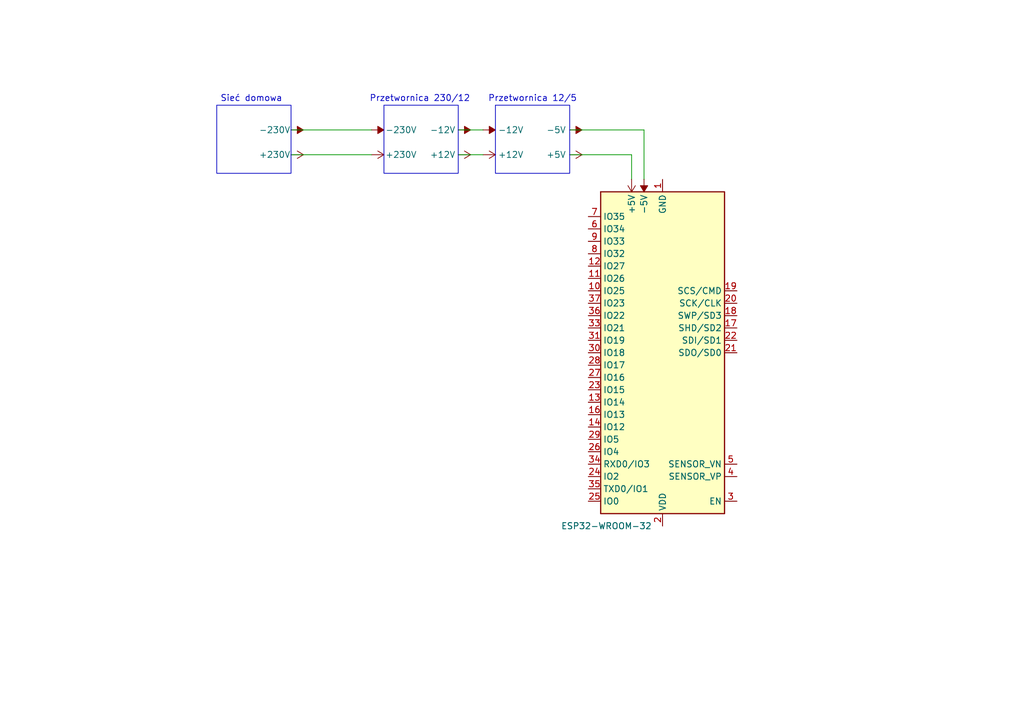
<source format=kicad_sch>
(kicad_sch (version 20231120) (generator "eeschema") (generator_version "8.0")
  (paper "A5")
  (title_block (title "Schemat Połączeń w układzie z mikrokontrolerem Master") (date "2024-04-26") (company "Brajan Gąbka"))
  (lib_symbols
    (symbol "+5V_1" (power) (pin_numbers hide) (pin_names (offset 0) hide)
      (property "Value" "+5V" (at 0 3.556 0))
      (symbol "+5V_1_0_1"
        (polyline (pts (xy -0.762 1.27) (xy 0 2.54)))
        (polyline (pts (xy 0 0) (xy 0 2.54)))
        (polyline (pts (xy 0 2.54) (xy 0.762 1.27)))
      )
      (symbol "+5V_1_1_1"
        (pin power_in line (at 0 0 90) (length 0) (name "~") (number "1"))
      )
    )
    (symbol "RF_Module:ESP32-WROOM-32"
      (property "Reference" "U" (at -12.7 34.29 0))
      (property "Value" "ESP32-WROOM-32" (at 1.27 34.29 0))
      (symbol "ESP32-WROOM-32_0_1"
        (rectangle (start -12.7 33.02) (end 12.7 -33.02) (stroke (width 0.254)) (fill (type background)))
      )
      (symbol "ESP32-WROOM-32_1_1"
        (pin power_in line (at 0 -35.56 90) (length 2.54) (name "GND") (number "1"))
        (pin bidirectional line (at 15.24 -12.7 180) (length 2.54) (name "IO25") (number "10"))
        (pin bidirectional line (at 15.24 -15.24 180) (length 2.54) (name "IO26") (number "11"))
        (pin bidirectional line (at 15.24 -17.78 180) (length 2.54) (name "IO27") (number "12"))
        (pin bidirectional line (at 15.24 10.16 180) (length 2.54) (name "IO14") (number "13"))
        (pin bidirectional line (at 15.24 15.24 180) (length 2.54) (name "IO12") (number "14"))
        (pin passive line (at 0 -35.56 90) (length 2.54) hide (name "GND") (number "15"))
        (pin bidirectional line (at 15.24 12.7 180) (length 2.54) (name "IO13") (number "16"))
        (pin bidirectional line (at -15.24 -5.08 0) (length 2.54) (name "SHD/SD2") (number "17"))
        (pin bidirectional line (at -15.24 -7.62 0) (length 2.54) (name "SWP/SD3") (number "18"))
        (pin bidirectional line (at -15.24 -12.7 0) (length 2.54) (name "SCS/CMD") (number "19"))
        (pin power_in line (at 0 35.56 270) (length 2.54) (name "VDD") (number "2"))
        (pin bidirectional line (at -15.24 -10.16 0) (length 2.54) (name "SCK/CLK") (number "20"))
        (pin bidirectional line (at -15.24 0 0) (length 2.54) (name "SDO/SD0") (number "21"))
        (pin bidirectional line (at -15.24 -2.54 0) (length 2.54) (name "SDI/SD1") (number "22"))
        (pin bidirectional line (at 15.24 7.62 180) (length 2.54) (name "IO15") (number "23"))
        (pin bidirectional line (at 15.24 25.4 180) (length 2.54) (name "IO2") (number "24"))
        (pin bidirectional line (at 15.24 30.48 180) (length 2.54) (name "IO0") (number "25"))
        (pin bidirectional line (at 15.24 20.32 180) (length 2.54) (name "IO4") (number "26"))
        (pin bidirectional line (at 15.24 5.08 180) (length 2.54) (name "IO16") (number "27"))
        (pin bidirectional line (at 15.24 2.54 180) (length 2.54) (name "IO17") (number "28"))
        (pin bidirectional line (at 15.24 17.78 180) (length 2.54) (name "IO5") (number "29"))
        (pin input line (at -15.24 30.48 0) (length 2.54) (name "EN") (number "3"))
        (pin bidirectional line (at 15.24 0 180) (length 2.54) (name "IO18") (number "30"))
        (pin bidirectional line (at 15.24 -2.54 180) (length 2.54) (name "IO19") (number "31"))
        (pin no_connect line (at -12.7 -27.94 0) (length 2.54) hide (name "NC") (number "32"))
        (pin bidirectional line (at 15.24 -5.08 180) (length 2.54) (name "IO21") (number "33"))
        (pin bidirectional line (at 15.24 22.86 180) (length 2.54) (name "RXD0/IO3") (number "34"))
        (pin bidirectional line (at 15.24 27.94 180) (length 2.54) (name "TXD0/IO1") (number "35"))
        (pin bidirectional line (at 15.24 -7.62 180) (length 2.54) (name "IO22") (number "36"))
        (pin bidirectional line (at 15.24 -10.16 180) (length 2.54) (name "IO23") (number "37"))
        (pin passive line (at 0 -35.56 90) (length 2.54) hide (name "GND") (number "38"))
        (pin passive line (at 0 -35.56 90) (length 2.54) hide (name "GND") (number "39"))
        (pin input line (at -15.24 25.4 0) (length 2.54) (name "SENSOR_VP") (number "4"))
        (pin input line (at -15.24 22.86 0) (length 2.54) (name "SENSOR_VN") (number "5"))
        (pin input line (at 15.24 -25.4 180) (length 2.54) (name "IO34") (number "6"))
        (pin input line (at 15.24 -27.94 180) (length 2.54) (name "IO35") (number "7"))
        (pin bidirectional line (at 15.24 -20.32 180) (length 2.54) (name "IO32") (number "8"))
        (pin bidirectional line (at 15.24 -22.86 180) (length 2.54) (name "IO33") (number "9"))
      )
    )
    (symbol "power:+5V" (power) (pin_numbers hide) (pin_names (offset 0) hide)
      (property "Value" "+5V" (at 0 3.556 0))
      (symbol "+5V_0_1"
        (polyline (pts (xy -0.762 1.27) (xy 0 2.54)))
        (polyline (pts (xy 0 0) (xy 0 2.54)))
        (polyline (pts (xy 0 2.54) (xy 0.762 1.27)))
      )
      (symbol "+5V_1_1"
        (pin power_in line (at 0 0 90) (length 0) (name "~") (number "1"))
      )
    )
    (symbol "power:-5V" (power) (pin_numbers hide) (pin_names (offset 0) hide)
      (property "Value" "-5V" (at 0 3.556 0))
      (symbol "-5V_0_0"
        (pin power_in line (at 0 0 90) (length 0) (name "~") (number "1"))
      )
      (symbol "-5V_0_1"
        (polyline (pts (xy 0 0) (xy 0 1.27) (xy 0.762 1.27) (xy 0 2.54) (xy -0.762 1.27) (xy 0 1.27)) (fill (type outline)))
      )
    )
  )
  (wire (pts (xy 93.98 26.67) (xy 99.06 26.67)))
  (wire (pts (xy 129.54 31.75) (xy 129.54 36.83)))
  (wire (pts (xy 59.69 26.67) (xy 76.2 26.67)))
  (wire (pts (xy 132.08 26.67) (xy 116.84 26.67)))
  (wire (pts (xy 93.98 31.75) (xy 99.06 31.75)))
  (wire (pts (xy 132.08 26.67) (xy 132.08 36.83)))
  (wire (pts (xy 116.84 31.75) (xy 129.54 31.75)))
  (wire (pts (xy 59.69 31.75) (xy 76.2 31.75)))
  (rectangle (start 78.74 21.59) (end 93.98 35.56))
  (rectangle (start 44.45 21.59) (end 59.69 35.56))
  (rectangle (start 101.6 21.59) (end 116.84 35.56))
  (text "Przetwornica 230/12" (at 86.106 20.32 0) (effects (font (size 1.27 1.27))))
  (text "Przetwornica 12/5" (at 109.22 20.32 0) (effects (font (size 1.27 1.27))))
  (text "Sieć domowa" (at 51.562 20.32 0) (effects (font (size 1.27 1.27))))
  (symbol (lib_name "+5V_1") (lib_id "power:+5V") (at 93.98 31.75 270) (unit 1)
    (property "Reference" "#PWR034" (effects (hide yes)))
    (property "Value" "+12V" (at 88.138 31.75 90) (effects (justify left)))
    (property "Description" "Power symbol creates a global label with name \"+5V\"" (effects (hide yes)))
  )
  (symbol (lib_id "power:-5V") (at 76.2 26.67 270) (unit 1)
    (property "Reference" "#PWR031" (effects (hide yes)))
    (property "Value" "-230V" (at 78.994 26.67 90) (effects (justify left)))
    (property "Description" "Power symbol creates a global label with name \"-5V\"" (effects (hide yes)))
  )
  (symbol (lib_id "power:+5V") (at 99.06 31.75 270) (unit 1)
    (property "Reference" "#PWR036" (effects (hide yes)))
    (property "Value" "+12V" (at 102.108 31.75 90) (effects (justify left)))
    (property "Description" "Power symbol creates a global label with name \"+5V\"" (effects (hide yes)))
  )
  (symbol (lib_name "+5V_1") (lib_id "power:+5V") (at 116.84 31.75 270) (unit 1)
    (property "Reference" "#PWR038" (effects (hide yes)))
    (property "Value" "+5V" (at 112.014 31.75 90) (effects (justify left)))
    (property "Description" "Power symbol creates a global label with name \"+5V\"" (effects (hide yes)))
  )
  (symbol (lib_id "power:-5V") (at 59.69 26.67 270) (unit 1)
    (property "Reference" "#PWR017" (effects (hide yes)))
    (property "Value" "-230V" (at 53.086 26.67 90) (effects (justify left)))
    (property "Description" "Power symbol creates a global label with name \"-5V\"" (effects (hide yes)))
  )
  (symbol (lib_id "power:-5V") (at 132.08 36.83 180) (unit 1)
    (property "Reference" "#PWR040" (effects (hide yes)))
    (property "Value" "-5V" (at 132.08 39.878 90) (effects (justify left)))
    (property "Description" "Power symbol creates a global label with name \"-5V\"" (effects (hide yes)))
  )
  (symbol (lib_id "power:-5V") (at 93.98 26.67 270) (unit 1)
    (property "Reference" "#PWR033" (effects (hide yes)))
    (property "Value" "-12V" (at 88.138 26.67 90) (effects (justify left)))
    (property "Description" "Power symbol creates a global label with name \"-5V\"" (effects (hide yes)))
  )
  (symbol (lib_id "power:-5V") (at 116.84 26.67 270) (unit 1)
    (property "Reference" "#PWR037" (effects (hide yes)))
    (property "Value" "-5V" (at 112.014 26.67 90) (effects (justify left)))
    (property "Description" "Power symbol creates a global label with name \"-5V\"" (effects (hide yes)))
  )
  (symbol (lib_id "power:-5V") (at 99.06 26.67 270) (unit 1)
    (property "Reference" "#PWR035" (effects (hide yes)))
    (property "Value" "-12V" (at 102.108 26.67 90) (effects (justify left)))
    (property "Description" "Power symbol creates a global label with name \"-5V\"" (effects (hide yes)))
  )
  (symbol (lib_name "+5V_1") (lib_id "power:+5V") (at 59.69 31.75 270) (unit 1)
    (property "Reference" "#PWR030" (effects (hide yes)))
    (property "Value" "+230V" (at 53.086 31.75 90) (effects (justify left)))
    (property "Description" "Power symbol creates a global label with name \"+5V\"" (effects (hide yes)))
  )
  (symbol (lib_id "power:+5V") (at 129.54 36.83 180) (unit 1)
    (property "Reference" "#PWR039" (effects (hide yes)))
    (property "Value" "+5V" (at 129.54 41.91 90))
    (property "Description" "Power symbol creates a global label with name \"+5V\"" (effects (hide yes)))
  )
  (symbol (lib_id "RF_Module:ESP32-WROOM-32") (at 135.89 72.39 180) (unit 1)
    (property "Reference" "U5" (effects (hide yes)))
    (property "Value" "ESP32-WROOM-32" (at 133.6959 107.95 0) (effects (justify left)))
    (property "Footprint" "RF_Module:ESP32-WROOM-32" (effects (hide yes)))
    (property "Datasheet" "https://www.espressif.com/sites/default/files/documentation/esp32-wroom-32_datasheet_en.pdf" (effects (hide yes)))
    (property "Description" "RF Module, ESP32-D0WDQ6 SoC, Wi-Fi 802.11b/g/n, Bluetooth, BLE, 32-bit, 2.7-3.6V, onboard antenna, SMD" (effects (hide yes)))
  )
  (symbol (lib_id "power:+5V") (at 76.2 31.75 270) (unit 1)
    (property "Reference" "#PWR032" (effects (hide yes)))
    (property "Value" "+230V" (at 78.994 31.75 90) (effects (justify left)))
    (property "Description" "Power symbol creates a global label with name \"+5V\"" (effects (hide yes)))
  )
)
</source>
